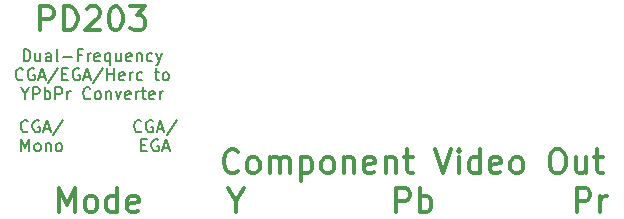
<source format=gbr>
%TF.GenerationSoftware,KiCad,Pcbnew,(6.0.11)*%
%TF.CreationDate,2023-07-10T01:00:54-07:00*%
%TF.ProjectId,cga-ypbpr-right,6367612d-7970-4627-9072-2d7269676874,rev?*%
%TF.SameCoordinates,PX2990618PY4bd2668*%
%TF.FileFunction,Legend,Top*%
%TF.FilePolarity,Positive*%
%FSLAX46Y46*%
G04 Gerber Fmt 4.6, Leading zero omitted, Abs format (unit mm)*
G04 Created by KiCad (PCBNEW (6.0.11)) date 2023-07-10 01:00:54*
%MOMM*%
%LPD*%
G01*
G04 APERTURE LIST*
%ADD10C,0.150000*%
%ADD11C,0.300000*%
G04 APERTURE END LIST*
D10*
X-12812524Y38462620D02*
X-12812524Y39462620D01*
X-12574429Y39462620D01*
X-12431572Y39415000D01*
X-12336334Y39319762D01*
X-12288715Y39224524D01*
X-12241096Y39034048D01*
X-12241096Y38891191D01*
X-12288715Y38700715D01*
X-12336334Y38605477D01*
X-12431572Y38510239D01*
X-12574429Y38462620D01*
X-12812524Y38462620D01*
X-11383953Y39129286D02*
X-11383953Y38462620D01*
X-11812524Y39129286D02*
X-11812524Y38605477D01*
X-11764905Y38510239D01*
X-11669667Y38462620D01*
X-11526810Y38462620D01*
X-11431572Y38510239D01*
X-11383953Y38557858D01*
X-10479191Y38462620D02*
X-10479191Y38986429D01*
X-10526810Y39081667D01*
X-10622048Y39129286D01*
X-10812524Y39129286D01*
X-10907762Y39081667D01*
X-10479191Y38510239D02*
X-10574429Y38462620D01*
X-10812524Y38462620D01*
X-10907762Y38510239D01*
X-10955381Y38605477D01*
X-10955381Y38700715D01*
X-10907762Y38795953D01*
X-10812524Y38843572D01*
X-10574429Y38843572D01*
X-10479191Y38891191D01*
X-9860143Y38462620D02*
X-9955381Y38510239D01*
X-10003000Y38605477D01*
X-10003000Y39462620D01*
X-9479191Y38843572D02*
X-8717286Y38843572D01*
X-7907762Y38986429D02*
X-8241096Y38986429D01*
X-8241096Y38462620D02*
X-8241096Y39462620D01*
X-7764905Y39462620D01*
X-7383953Y38462620D02*
X-7383953Y39129286D01*
X-7383953Y38938810D02*
X-7336334Y39034048D01*
X-7288715Y39081667D01*
X-7193477Y39129286D01*
X-7098239Y39129286D01*
X-6383953Y38510239D02*
X-6479191Y38462620D01*
X-6669667Y38462620D01*
X-6764905Y38510239D01*
X-6812524Y38605477D01*
X-6812524Y38986429D01*
X-6764905Y39081667D01*
X-6669667Y39129286D01*
X-6479191Y39129286D01*
X-6383953Y39081667D01*
X-6336334Y38986429D01*
X-6336334Y38891191D01*
X-6812524Y38795953D01*
X-5479191Y39129286D02*
X-5479191Y38129286D01*
X-5479191Y38510239D02*
X-5574429Y38462620D01*
X-5764905Y38462620D01*
X-5860143Y38510239D01*
X-5907762Y38557858D01*
X-5955381Y38653096D01*
X-5955381Y38938810D01*
X-5907762Y39034048D01*
X-5860143Y39081667D01*
X-5764905Y39129286D01*
X-5574429Y39129286D01*
X-5479191Y39081667D01*
X-4574429Y39129286D02*
X-4574429Y38462620D01*
X-5003000Y39129286D02*
X-5003000Y38605477D01*
X-4955381Y38510239D01*
X-4860143Y38462620D01*
X-4717286Y38462620D01*
X-4622048Y38510239D01*
X-4574429Y38557858D01*
X-3717286Y38510239D02*
X-3812524Y38462620D01*
X-4003000Y38462620D01*
X-4098239Y38510239D01*
X-4145858Y38605477D01*
X-4145858Y38986429D01*
X-4098239Y39081667D01*
X-4003000Y39129286D01*
X-3812524Y39129286D01*
X-3717286Y39081667D01*
X-3669667Y38986429D01*
X-3669667Y38891191D01*
X-4145858Y38795953D01*
X-3241096Y39129286D02*
X-3241096Y38462620D01*
X-3241096Y39034048D02*
X-3193477Y39081667D01*
X-3098239Y39129286D01*
X-2955381Y39129286D01*
X-2860143Y39081667D01*
X-2812524Y38986429D01*
X-2812524Y38462620D01*
X-1907762Y38510239D02*
X-2003000Y38462620D01*
X-2193477Y38462620D01*
X-2288715Y38510239D01*
X-2336334Y38557858D01*
X-2383953Y38653096D01*
X-2383953Y38938810D01*
X-2336334Y39034048D01*
X-2288715Y39081667D01*
X-2193477Y39129286D01*
X-2003000Y39129286D01*
X-1907762Y39081667D01*
X-1574429Y39129286D02*
X-1336334Y38462620D01*
X-1098239Y39129286D02*
X-1336334Y38462620D01*
X-1431572Y38224524D01*
X-1479191Y38176905D01*
X-1574429Y38129286D01*
X-12860143Y36947858D02*
X-12907762Y36900239D01*
X-13050620Y36852620D01*
X-13145858Y36852620D01*
X-13288715Y36900239D01*
X-13383953Y36995477D01*
X-13431572Y37090715D01*
X-13479191Y37281191D01*
X-13479191Y37424048D01*
X-13431572Y37614524D01*
X-13383953Y37709762D01*
X-13288715Y37805000D01*
X-13145858Y37852620D01*
X-13050620Y37852620D01*
X-12907762Y37805000D01*
X-12860143Y37757381D01*
X-11907762Y37805000D02*
X-12003000Y37852620D01*
X-12145858Y37852620D01*
X-12288715Y37805000D01*
X-12383953Y37709762D01*
X-12431572Y37614524D01*
X-12479191Y37424048D01*
X-12479191Y37281191D01*
X-12431572Y37090715D01*
X-12383953Y36995477D01*
X-12288715Y36900239D01*
X-12145858Y36852620D01*
X-12050620Y36852620D01*
X-11907762Y36900239D01*
X-11860143Y36947858D01*
X-11860143Y37281191D01*
X-12050620Y37281191D01*
X-11479191Y37138334D02*
X-11003000Y37138334D01*
X-11574429Y36852620D02*
X-11241096Y37852620D01*
X-10907762Y36852620D01*
X-9860143Y37900239D02*
X-10717286Y36614524D01*
X-9526810Y37376429D02*
X-9193477Y37376429D01*
X-9050620Y36852620D02*
X-9526810Y36852620D01*
X-9526810Y37852620D01*
X-9050620Y37852620D01*
X-8098239Y37805000D02*
X-8193477Y37852620D01*
X-8336334Y37852620D01*
X-8479191Y37805000D01*
X-8574429Y37709762D01*
X-8622048Y37614524D01*
X-8669667Y37424048D01*
X-8669667Y37281191D01*
X-8622048Y37090715D01*
X-8574429Y36995477D01*
X-8479191Y36900239D01*
X-8336334Y36852620D01*
X-8241096Y36852620D01*
X-8098239Y36900239D01*
X-8050620Y36947858D01*
X-8050620Y37281191D01*
X-8241096Y37281191D01*
X-7669667Y37138334D02*
X-7193477Y37138334D01*
X-7764905Y36852620D02*
X-7431572Y37852620D01*
X-7098239Y36852620D01*
X-6050620Y37900239D02*
X-6907762Y36614524D01*
X-5717286Y36852620D02*
X-5717286Y37852620D01*
X-5717286Y37376429D02*
X-5145858Y37376429D01*
X-5145858Y36852620D02*
X-5145858Y37852620D01*
X-4288715Y36900239D02*
X-4383953Y36852620D01*
X-4574429Y36852620D01*
X-4669667Y36900239D01*
X-4717286Y36995477D01*
X-4717286Y37376429D01*
X-4669667Y37471667D01*
X-4574429Y37519286D01*
X-4383953Y37519286D01*
X-4288715Y37471667D01*
X-4241096Y37376429D01*
X-4241096Y37281191D01*
X-4717286Y37185953D01*
X-3812524Y36852620D02*
X-3812524Y37519286D01*
X-3812524Y37328810D02*
X-3764905Y37424048D01*
X-3717286Y37471667D01*
X-3622048Y37519286D01*
X-3526810Y37519286D01*
X-2764905Y36900239D02*
X-2860143Y36852620D01*
X-3050620Y36852620D01*
X-3145858Y36900239D01*
X-3193477Y36947858D01*
X-3241096Y37043096D01*
X-3241096Y37328810D01*
X-3193477Y37424048D01*
X-3145858Y37471667D01*
X-3050620Y37519286D01*
X-2860143Y37519286D01*
X-2764905Y37471667D01*
X-1717286Y37519286D02*
X-1336334Y37519286D01*
X-1574429Y37852620D02*
X-1574429Y36995477D01*
X-1526810Y36900239D01*
X-1431572Y36852620D01*
X-1336334Y36852620D01*
X-860143Y36852620D02*
X-955381Y36900239D01*
X-1003000Y36947858D01*
X-1050620Y37043096D01*
X-1050620Y37328810D01*
X-1003000Y37424048D01*
X-955381Y37471667D01*
X-860143Y37519286D01*
X-717286Y37519286D01*
X-622048Y37471667D01*
X-574429Y37424048D01*
X-526810Y37328810D01*
X-526810Y37043096D01*
X-574429Y36947858D01*
X-622048Y36900239D01*
X-717286Y36852620D01*
X-860143Y36852620D01*
X-12693477Y35718810D02*
X-12693477Y35242620D01*
X-13026810Y36242620D02*
X-12693477Y35718810D01*
X-12360143Y36242620D01*
X-12026810Y35242620D02*
X-12026810Y36242620D01*
X-11645858Y36242620D01*
X-11550620Y36195000D01*
X-11503000Y36147381D01*
X-11455381Y36052143D01*
X-11455381Y35909286D01*
X-11503000Y35814048D01*
X-11550620Y35766429D01*
X-11645858Y35718810D01*
X-12026810Y35718810D01*
X-11026810Y35242620D02*
X-11026810Y36242620D01*
X-11026810Y35861667D02*
X-10931572Y35909286D01*
X-10741096Y35909286D01*
X-10645858Y35861667D01*
X-10598239Y35814048D01*
X-10550620Y35718810D01*
X-10550620Y35433096D01*
X-10598239Y35337858D01*
X-10645858Y35290239D01*
X-10741096Y35242620D01*
X-10931572Y35242620D01*
X-11026810Y35290239D01*
X-10122048Y35242620D02*
X-10122048Y36242620D01*
X-9741096Y36242620D01*
X-9645858Y36195000D01*
X-9598239Y36147381D01*
X-9550620Y36052143D01*
X-9550620Y35909286D01*
X-9598239Y35814048D01*
X-9645858Y35766429D01*
X-9741096Y35718810D01*
X-10122048Y35718810D01*
X-9122048Y35242620D02*
X-9122048Y35909286D01*
X-9122048Y35718810D02*
X-9074429Y35814048D01*
X-9026810Y35861667D01*
X-8931572Y35909286D01*
X-8836334Y35909286D01*
X-7169667Y35337858D02*
X-7217286Y35290239D01*
X-7360143Y35242620D01*
X-7455381Y35242620D01*
X-7598239Y35290239D01*
X-7693477Y35385477D01*
X-7741096Y35480715D01*
X-7788715Y35671191D01*
X-7788715Y35814048D01*
X-7741096Y36004524D01*
X-7693477Y36099762D01*
X-7598239Y36195000D01*
X-7455381Y36242620D01*
X-7360143Y36242620D01*
X-7217286Y36195000D01*
X-7169667Y36147381D01*
X-6598239Y35242620D02*
X-6693477Y35290239D01*
X-6741096Y35337858D01*
X-6788715Y35433096D01*
X-6788715Y35718810D01*
X-6741096Y35814048D01*
X-6693477Y35861667D01*
X-6598239Y35909286D01*
X-6455381Y35909286D01*
X-6360143Y35861667D01*
X-6312524Y35814048D01*
X-6264905Y35718810D01*
X-6264905Y35433096D01*
X-6312524Y35337858D01*
X-6360143Y35290239D01*
X-6455381Y35242620D01*
X-6598239Y35242620D01*
X-5836334Y35909286D02*
X-5836334Y35242620D01*
X-5836334Y35814048D02*
X-5788715Y35861667D01*
X-5693477Y35909286D01*
X-5550620Y35909286D01*
X-5455381Y35861667D01*
X-5407762Y35766429D01*
X-5407762Y35242620D01*
X-5026810Y35909286D02*
X-4788715Y35242620D01*
X-4550620Y35909286D01*
X-3788715Y35290239D02*
X-3883953Y35242620D01*
X-4074429Y35242620D01*
X-4169667Y35290239D01*
X-4217286Y35385477D01*
X-4217286Y35766429D01*
X-4169667Y35861667D01*
X-4074429Y35909286D01*
X-3883953Y35909286D01*
X-3788715Y35861667D01*
X-3741096Y35766429D01*
X-3741096Y35671191D01*
X-4217286Y35575953D01*
X-3312524Y35242620D02*
X-3312524Y35909286D01*
X-3312524Y35718810D02*
X-3264905Y35814048D01*
X-3217286Y35861667D01*
X-3122048Y35909286D01*
X-3026810Y35909286D01*
X-2836334Y35909286D02*
X-2455381Y35909286D01*
X-2693477Y36242620D02*
X-2693477Y35385477D01*
X-2645858Y35290239D01*
X-2550620Y35242620D01*
X-2455381Y35242620D01*
X-1741096Y35290239D02*
X-1836334Y35242620D01*
X-2026810Y35242620D01*
X-2122048Y35290239D01*
X-2169667Y35385477D01*
X-2169667Y35766429D01*
X-2122048Y35861667D01*
X-2026810Y35909286D01*
X-1836334Y35909286D01*
X-1741096Y35861667D01*
X-1693477Y35766429D01*
X-1693477Y35671191D01*
X-2169667Y35575953D01*
X-1264905Y35242620D02*
X-1264905Y35909286D01*
X-1264905Y35718810D02*
X-1217286Y35814048D01*
X-1169667Y35861667D01*
X-1074429Y35909286D01*
X-979191Y35909286D01*
D11*
X-11383953Y41100239D02*
X-11383953Y43100239D01*
X-10622048Y43100239D01*
X-10431572Y43005000D01*
X-10336334Y42909762D01*
X-10241096Y42719286D01*
X-10241096Y42433572D01*
X-10336334Y42243096D01*
X-10431572Y42147858D01*
X-10622048Y42052620D01*
X-11383953Y42052620D01*
X-9383953Y41100239D02*
X-9383953Y43100239D01*
X-8907762Y43100239D01*
X-8622048Y43005000D01*
X-8431572Y42814524D01*
X-8336334Y42624048D01*
X-8241096Y42243096D01*
X-8241096Y41957381D01*
X-8336334Y41576429D01*
X-8431572Y41385953D01*
X-8622048Y41195477D01*
X-8907762Y41100239D01*
X-9383953Y41100239D01*
X-7479191Y42909762D02*
X-7383953Y43005000D01*
X-7193477Y43100239D01*
X-6717286Y43100239D01*
X-6526810Y43005000D01*
X-6431572Y42909762D01*
X-6336334Y42719286D01*
X-6336334Y42528810D01*
X-6431572Y42243096D01*
X-7574429Y41100239D01*
X-6336334Y41100239D01*
X-5098239Y43100239D02*
X-4907762Y43100239D01*
X-4717286Y43005000D01*
X-4622048Y42909762D01*
X-4526810Y42719286D01*
X-4431572Y42338334D01*
X-4431572Y41862143D01*
X-4526810Y41481191D01*
X-4622048Y41290715D01*
X-4717286Y41195477D01*
X-4907762Y41100239D01*
X-5098239Y41100239D01*
X-5288715Y41195477D01*
X-5383953Y41290715D01*
X-5479191Y41481191D01*
X-5574429Y41862143D01*
X-5574429Y42338334D01*
X-5479191Y42719286D01*
X-5383953Y42909762D01*
X-5288715Y43005000D01*
X-5098239Y43100239D01*
X-3764905Y43100239D02*
X-2526810Y43100239D01*
X-3193477Y42338334D01*
X-2907762Y42338334D01*
X-2717286Y42243096D01*
X-2622048Y42147858D01*
X-2526810Y41957381D01*
X-2526810Y41481191D01*
X-2622048Y41290715D01*
X-2717286Y41195477D01*
X-2907762Y41100239D01*
X-3479191Y41100239D01*
X-3669667Y41195477D01*
X-3764905Y41290715D01*
D10*
X-2845858Y32552858D02*
X-2893477Y32505239D01*
X-3036334Y32457620D01*
X-3131572Y32457620D01*
X-3274429Y32505239D01*
X-3369667Y32600477D01*
X-3417286Y32695715D01*
X-3464905Y32886191D01*
X-3464905Y33029048D01*
X-3417286Y33219524D01*
X-3369667Y33314762D01*
X-3274429Y33410000D01*
X-3131572Y33457620D01*
X-3036334Y33457620D01*
X-2893477Y33410000D01*
X-2845858Y33362381D01*
X-1893477Y33410000D02*
X-1988715Y33457620D01*
X-2131572Y33457620D01*
X-2274429Y33410000D01*
X-2369667Y33314762D01*
X-2417286Y33219524D01*
X-2464905Y33029048D01*
X-2464905Y32886191D01*
X-2417286Y32695715D01*
X-2369667Y32600477D01*
X-2274429Y32505239D01*
X-2131572Y32457620D01*
X-2036334Y32457620D01*
X-1893477Y32505239D01*
X-1845858Y32552858D01*
X-1845858Y32886191D01*
X-2036334Y32886191D01*
X-1464905Y32743334D02*
X-988715Y32743334D01*
X-1560143Y32457620D02*
X-1226810Y33457620D01*
X-893477Y32457620D01*
X154142Y33505239D02*
X-703000Y32219524D01*
X-2845858Y31371429D02*
X-2512524Y31371429D01*
X-2369667Y30847620D02*
X-2845858Y30847620D01*
X-2845858Y31847620D01*
X-2369667Y31847620D01*
X-1417286Y31800000D02*
X-1512524Y31847620D01*
X-1655381Y31847620D01*
X-1798239Y31800000D01*
X-1893477Y31704762D01*
X-1941096Y31609524D01*
X-1988715Y31419048D01*
X-1988715Y31276191D01*
X-1941096Y31085715D01*
X-1893477Y30990477D01*
X-1798239Y30895239D01*
X-1655381Y30847620D01*
X-1560143Y30847620D01*
X-1417286Y30895239D01*
X-1369667Y30942858D01*
X-1369667Y31276191D01*
X-1560143Y31276191D01*
X-988715Y31133334D02*
X-512524Y31133334D01*
X-1083953Y30847620D02*
X-750620Y31847620D01*
X-417286Y30847620D01*
X-12445858Y32552858D02*
X-12493477Y32505239D01*
X-12636334Y32457620D01*
X-12731572Y32457620D01*
X-12874429Y32505239D01*
X-12969667Y32600477D01*
X-13017286Y32695715D01*
X-13064905Y32886191D01*
X-13064905Y33029048D01*
X-13017286Y33219524D01*
X-12969667Y33314762D01*
X-12874429Y33410000D01*
X-12731572Y33457620D01*
X-12636334Y33457620D01*
X-12493477Y33410000D01*
X-12445858Y33362381D01*
X-11493477Y33410000D02*
X-11588715Y33457620D01*
X-11731572Y33457620D01*
X-11874429Y33410000D01*
X-11969667Y33314762D01*
X-12017286Y33219524D01*
X-12064905Y33029048D01*
X-12064905Y32886191D01*
X-12017286Y32695715D01*
X-11969667Y32600477D01*
X-11874429Y32505239D01*
X-11731572Y32457620D01*
X-11636334Y32457620D01*
X-11493477Y32505239D01*
X-11445858Y32552858D01*
X-11445858Y32886191D01*
X-11636334Y32886191D01*
X-11064905Y32743334D02*
X-10588715Y32743334D01*
X-11160143Y32457620D02*
X-10826810Y33457620D01*
X-10493477Y32457620D01*
X-9445858Y33505239D02*
X-10303000Y32219524D01*
X-12993477Y30847620D02*
X-12993477Y31847620D01*
X-12660143Y31133334D01*
X-12326810Y31847620D01*
X-12326810Y30847620D01*
X-11707762Y30847620D02*
X-11803000Y30895239D01*
X-11850620Y30942858D01*
X-11898239Y31038096D01*
X-11898239Y31323810D01*
X-11850620Y31419048D01*
X-11803000Y31466667D01*
X-11707762Y31514286D01*
X-11564905Y31514286D01*
X-11469667Y31466667D01*
X-11422048Y31419048D01*
X-11374429Y31323810D01*
X-11374429Y31038096D01*
X-11422048Y30942858D01*
X-11469667Y30895239D01*
X-11564905Y30847620D01*
X-11707762Y30847620D01*
X-10945858Y31514286D02*
X-10945858Y30847620D01*
X-10945858Y31419048D02*
X-10898239Y31466667D01*
X-10803000Y31514286D01*
X-10660143Y31514286D01*
X-10564905Y31466667D01*
X-10517286Y31371429D01*
X-10517286Y30847620D01*
X-9898239Y30847620D02*
X-9993477Y30895239D01*
X-10041096Y30942858D01*
X-10088715Y31038096D01*
X-10088715Y31323810D01*
X-10041096Y31419048D01*
X-9993477Y31466667D01*
X-9898239Y31514286D01*
X-9755381Y31514286D01*
X-9660143Y31466667D01*
X-9612524Y31419048D01*
X-9564905Y31323810D01*
X-9564905Y31038096D01*
X-9612524Y30942858D01*
X-9660143Y30895239D01*
X-9755381Y30847620D01*
X-9898239Y30847620D01*
D11*
X5352714Y29190715D02*
X5257476Y29095477D01*
X4971761Y29000239D01*
X4781285Y29000239D01*
X4495571Y29095477D01*
X4305095Y29285953D01*
X4209857Y29476429D01*
X4114619Y29857381D01*
X4114619Y30143096D01*
X4209857Y30524048D01*
X4305095Y30714524D01*
X4495571Y30905000D01*
X4781285Y31000239D01*
X4971761Y31000239D01*
X5257476Y30905000D01*
X5352714Y30809762D01*
X6495571Y29000239D02*
X6305095Y29095477D01*
X6209857Y29190715D01*
X6114619Y29381191D01*
X6114619Y29952620D01*
X6209857Y30143096D01*
X6305095Y30238334D01*
X6495571Y30333572D01*
X6781285Y30333572D01*
X6971761Y30238334D01*
X7067000Y30143096D01*
X7162238Y29952620D01*
X7162238Y29381191D01*
X7067000Y29190715D01*
X6971761Y29095477D01*
X6781285Y29000239D01*
X6495571Y29000239D01*
X8019380Y29000239D02*
X8019380Y30333572D01*
X8019380Y30143096D02*
X8114619Y30238334D01*
X8305095Y30333572D01*
X8590809Y30333572D01*
X8781285Y30238334D01*
X8876523Y30047858D01*
X8876523Y29000239D01*
X8876523Y30047858D02*
X8971761Y30238334D01*
X9162238Y30333572D01*
X9447952Y30333572D01*
X9638428Y30238334D01*
X9733666Y30047858D01*
X9733666Y29000239D01*
X10686047Y30333572D02*
X10686047Y28333572D01*
X10686047Y30238334D02*
X10876523Y30333572D01*
X11257476Y30333572D01*
X11447952Y30238334D01*
X11543190Y30143096D01*
X11638428Y29952620D01*
X11638428Y29381191D01*
X11543190Y29190715D01*
X11447952Y29095477D01*
X11257476Y29000239D01*
X10876523Y29000239D01*
X10686047Y29095477D01*
X12781285Y29000239D02*
X12590809Y29095477D01*
X12495571Y29190715D01*
X12400333Y29381191D01*
X12400333Y29952620D01*
X12495571Y30143096D01*
X12590809Y30238334D01*
X12781285Y30333572D01*
X13067000Y30333572D01*
X13257476Y30238334D01*
X13352714Y30143096D01*
X13447952Y29952620D01*
X13447952Y29381191D01*
X13352714Y29190715D01*
X13257476Y29095477D01*
X13067000Y29000239D01*
X12781285Y29000239D01*
X14305095Y30333572D02*
X14305095Y29000239D01*
X14305095Y30143096D02*
X14400333Y30238334D01*
X14590809Y30333572D01*
X14876523Y30333572D01*
X15067000Y30238334D01*
X15162238Y30047858D01*
X15162238Y29000239D01*
X16876523Y29095477D02*
X16686047Y29000239D01*
X16305095Y29000239D01*
X16114619Y29095477D01*
X16019380Y29285953D01*
X16019380Y30047858D01*
X16114619Y30238334D01*
X16305095Y30333572D01*
X16686047Y30333572D01*
X16876523Y30238334D01*
X16971761Y30047858D01*
X16971761Y29857381D01*
X16019380Y29666905D01*
X17828904Y30333572D02*
X17828904Y29000239D01*
X17828904Y30143096D02*
X17924142Y30238334D01*
X18114619Y30333572D01*
X18400333Y30333572D01*
X18590809Y30238334D01*
X18686047Y30047858D01*
X18686047Y29000239D01*
X19352714Y30333572D02*
X20114619Y30333572D01*
X19638428Y31000239D02*
X19638428Y29285953D01*
X19733666Y29095477D01*
X19924142Y29000239D01*
X20114619Y29000239D01*
X22019380Y31000239D02*
X22686047Y29000239D01*
X23352714Y31000239D01*
X24019380Y29000239D02*
X24019380Y30333572D01*
X24019380Y31000239D02*
X23924142Y30905000D01*
X24019380Y30809762D01*
X24114619Y30905000D01*
X24019380Y31000239D01*
X24019380Y30809762D01*
X25828904Y29000239D02*
X25828904Y31000239D01*
X25828904Y29095477D02*
X25638428Y29000239D01*
X25257476Y29000239D01*
X25067000Y29095477D01*
X24971761Y29190715D01*
X24876523Y29381191D01*
X24876523Y29952620D01*
X24971761Y30143096D01*
X25067000Y30238334D01*
X25257476Y30333572D01*
X25638428Y30333572D01*
X25828904Y30238334D01*
X27543190Y29095477D02*
X27352714Y29000239D01*
X26971761Y29000239D01*
X26781285Y29095477D01*
X26686047Y29285953D01*
X26686047Y30047858D01*
X26781285Y30238334D01*
X26971761Y30333572D01*
X27352714Y30333572D01*
X27543190Y30238334D01*
X27638428Y30047858D01*
X27638428Y29857381D01*
X26686047Y29666905D01*
X28781285Y29000239D02*
X28590809Y29095477D01*
X28495571Y29190715D01*
X28400333Y29381191D01*
X28400333Y29952620D01*
X28495571Y30143096D01*
X28590809Y30238334D01*
X28781285Y30333572D01*
X29067000Y30333572D01*
X29257476Y30238334D01*
X29352714Y30143096D01*
X29447952Y29952620D01*
X29447952Y29381191D01*
X29352714Y29190715D01*
X29257476Y29095477D01*
X29067000Y29000239D01*
X28781285Y29000239D01*
X32209857Y31000239D02*
X32590809Y31000239D01*
X32781285Y30905000D01*
X32971761Y30714524D01*
X33066999Y30333572D01*
X33066999Y29666905D01*
X32971761Y29285953D01*
X32781285Y29095477D01*
X32590809Y29000239D01*
X32209857Y29000239D01*
X32019380Y29095477D01*
X31828904Y29285953D01*
X31733666Y29666905D01*
X31733666Y30333572D01*
X31828904Y30714524D01*
X32019380Y30905000D01*
X32209857Y31000239D01*
X34781285Y30333572D02*
X34781285Y29000239D01*
X33924142Y30333572D02*
X33924142Y29285953D01*
X34019380Y29095477D01*
X34209857Y29000239D01*
X34495571Y29000239D01*
X34686047Y29095477D01*
X34781285Y29190715D01*
X35447952Y30333572D02*
X36209857Y30333572D01*
X35733666Y31000239D02*
X35733666Y29285953D01*
X35828904Y29095477D01*
X36019380Y29000239D01*
X36209857Y29000239D01*
X18738428Y25700239D02*
X18738428Y27700239D01*
X19500333Y27700239D01*
X19690809Y27605000D01*
X19786047Y27509762D01*
X19881285Y27319286D01*
X19881285Y27033572D01*
X19786047Y26843096D01*
X19690809Y26747858D01*
X19500333Y26652620D01*
X18738428Y26652620D01*
X20738428Y25700239D02*
X20738428Y27700239D01*
X20738428Y26938334D02*
X20928904Y27033572D01*
X21309857Y27033572D01*
X21500333Y26938334D01*
X21595571Y26843096D01*
X21690809Y26652620D01*
X21690809Y26081191D01*
X21595571Y25890715D01*
X21500333Y25795477D01*
X21309857Y25700239D01*
X20928904Y25700239D01*
X20738428Y25795477D01*
X5167000Y26652620D02*
X5167000Y25700239D01*
X4500333Y27700239D02*
X5167000Y26652620D01*
X5833666Y27700239D01*
X34024142Y25700239D02*
X34024142Y27700239D01*
X34786047Y27700239D01*
X34976523Y27605000D01*
X35071761Y27509762D01*
X35167000Y27319286D01*
X35167000Y27033572D01*
X35071761Y26843096D01*
X34976523Y26747858D01*
X34786047Y26652620D01*
X34024142Y26652620D01*
X36024142Y25700239D02*
X36024142Y27033572D01*
X36024142Y26652620D02*
X36119380Y26843096D01*
X36214619Y26938334D01*
X36405095Y27033572D01*
X36595571Y27033572D01*
X-9836334Y25700239D02*
X-9836334Y27700239D01*
X-9169667Y26271667D01*
X-8503000Y27700239D01*
X-8503000Y25700239D01*
X-7264905Y25700239D02*
X-7455381Y25795477D01*
X-7550620Y25890715D01*
X-7645858Y26081191D01*
X-7645858Y26652620D01*
X-7550620Y26843096D01*
X-7455381Y26938334D01*
X-7264905Y27033572D01*
X-6979191Y27033572D01*
X-6788715Y26938334D01*
X-6693477Y26843096D01*
X-6598239Y26652620D01*
X-6598239Y26081191D01*
X-6693477Y25890715D01*
X-6788715Y25795477D01*
X-6979191Y25700239D01*
X-7264905Y25700239D01*
X-4883953Y25700239D02*
X-4883953Y27700239D01*
X-4883953Y25795477D02*
X-5074429Y25700239D01*
X-5455381Y25700239D01*
X-5645858Y25795477D01*
X-5741096Y25890715D01*
X-5836334Y26081191D01*
X-5836334Y26652620D01*
X-5741096Y26843096D01*
X-5645858Y26938334D01*
X-5455381Y27033572D01*
X-5074429Y27033572D01*
X-4883953Y26938334D01*
X-3169667Y25795477D02*
X-3360143Y25700239D01*
X-3741096Y25700239D01*
X-3931572Y25795477D01*
X-4026810Y25985953D01*
X-4026810Y26747858D01*
X-3931572Y26938334D01*
X-3741096Y27033572D01*
X-3360143Y27033572D01*
X-3169667Y26938334D01*
X-3074429Y26747858D01*
X-3074429Y26557381D01*
X-4026810Y26366905D01*
M02*

</source>
